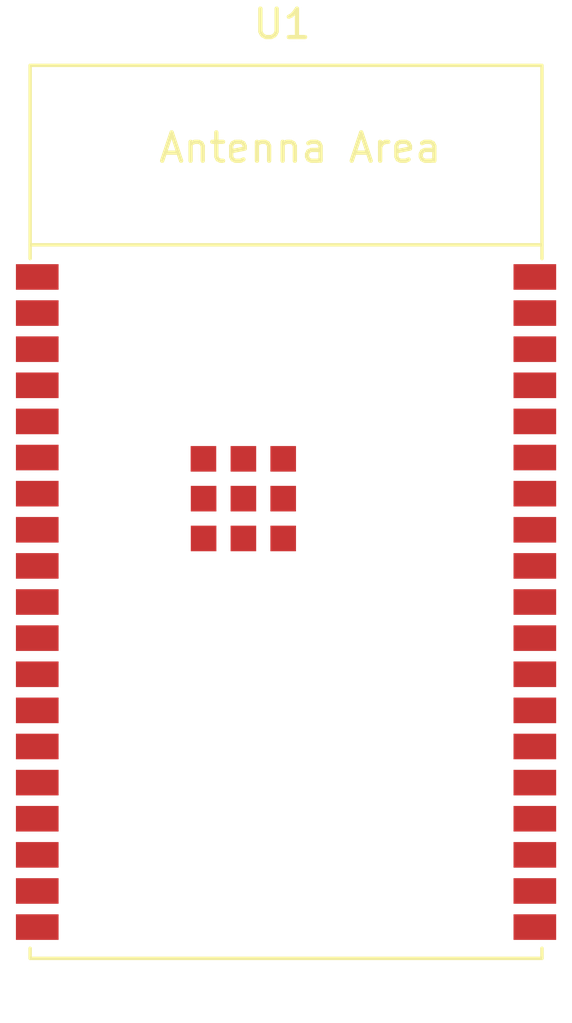
<source format=kicad_pcb>
(kicad_pcb (version 20241229) (generator "pcbnew") (generator_version "9.0")
  (layers (0 "F.Cu" signal) (2 "B.Cu" signal) (13 "F.Paste" user) (15 "B.Paste" user) (5 "F.SilkS" user "F.Silkscreen") (7 "B.SilkS" user "B.Silkscreen") (1 "F.Mask" user) (3 "B.Mask" user) (25 "Edge.Cuts" user))
  (net 0 "")
  (net 1 "Net-(U1-Pad1)")
  (footprint "Espressif:ESP32-WROVER-E" (layer "F.Cu") (at 149 96.8)
    (property "Reference" "U1" (at -0.14 -17.145 0) (layer "F.SilkS"))
    (property "Value" "ESP32-WROVER-E")
    (fp_line (start -9 -15.695) (end -9 -8.9) (stroke (width 0.12)) (layer "F.SilkS"))
    (fp_line (start -9 -9.385) (end 9 -9.385) (stroke (width 0.12)) (layer "F.SilkS"))
    (fp_line (start -9 15.705) (end -9 15.35) (stroke (width 0.12)) (layer "F.SilkS"))
    (fp_line (start -9 15.705) (end 9 15.705) (stroke (width 0.12)) (layer "F.SilkS"))
    (fp_line (start 9 -15.695) (end -9 -15.695) (stroke (width 0.12)) (layer "F.SilkS"))
    (fp_line (start 9 -15.65) (end 9 -8.9) (stroke (width 0.12)) (layer "F.SilkS"))
    (fp_line (start 9 15.705) (end 9 15.35) (stroke (width 0.12)) (layer "F.SilkS"))
    (fp_text user "Antenna Area" (at 0.5 -12.795 0) (layer "F.SilkS"))
    (pad "1" smd rect (at -8.75 -8.255) (size 1.5 0.9) (layers "F.Cu" "F.Mask" "F.Paste") (net 1 "Net-(U1-Pad1)"))
    (pad "2" smd rect (at -8.75 -6.985) (size 1.5 0.9) (layers "F.Cu" "F.Mask" "F.Paste"))
    (pad "3" smd rect (at -8.75 -5.715) (size 1.5 0.9) (layers "F.Cu" "F.Mask" "F.Paste"))
    (pad "4" smd rect (at -8.75 -4.445) (size 1.5 0.9) (layers "F.Cu" "F.Mask" "F.Paste"))
    (pad "5" smd rect (at -8.75 -3.175) (size 1.5 0.9) (layers "F.Cu" "F.Mask" "F.Paste"))
    (pad "6" smd rect (at -8.75 -1.905) (size 1.5 0.9) (layers "F.Cu" "F.Mask" "F.Paste"))
    (pad "7" smd rect (at -8.75 -0.635) (size 1.5 0.9) (layers "F.Cu" "F.Mask" "F.Paste"))
    (pad "8" smd rect (at -8.75 0.635) (size 1.5 0.9) (layers "F.Cu" "F.Mask" "F.Paste"))
    (pad "9" smd rect (at -8.75 1.905) (size 1.5 0.9) (layers "F.Cu" "F.Mask" "F.Paste"))
    (pad "10" smd rect (at -8.75 3.175) (size 1.5 0.9) (layers "F.Cu" "F.Mask" "F.Paste"))
    (pad "11" smd rect (at -8.75 4.445) (size 1.5 0.9) (layers "F.Cu" "F.Mask" "F.Paste"))
    (pad "12" smd rect (at -8.75 5.715) (size 1.5 0.9) (layers "F.Cu" "F.Mask" "F.Paste"))
    (pad "13" smd rect (at -8.75 6.985) (size 1.5 0.9) (layers "F.Cu" "F.Mask" "F.Paste"))
    (pad "14" smd rect (at -8.75 8.255) (size 1.5 0.9) (layers "F.Cu" "F.Mask" "F.Paste"))
    (pad "15" smd rect (at -8.75 9.525) (size 1.5 0.9) (layers "F.Cu" "F.Mask" "F.Paste") (net 1 "Net-(U1-Pad1)"))
    (pad "16" smd rect (at -8.75 10.795) (size 1.5 0.9) (layers "F.Cu" "F.Mask" "F.Paste"))
    (pad "17" smd rect (at -8.75 12.065) (size 1.5 0.9) (layers "F.Cu" "F.Mask" "F.Paste"))
    (pad "18" smd rect (at -8.75 13.335) (size 1.5 0.9) (layers "F.Cu" "F.Mask" "F.Paste"))
    (pad "19" smd rect (at -8.75 14.605) (size 1.5 0.9) (layers "F.Cu" "F.Mask" "F.Paste"))
    (pad "20" smd rect (at 8.75 14.605) (size 1.5 0.9) (layers "F.Cu" "F.Mask" "F.Paste"))
    (pad "21" smd rect (at 8.75 13.335) (size 1.5 0.9) (layers "F.Cu" "F.Mask" "F.Paste"))
    (pad "22" smd rect (at 8.75 12.065) (size 1.5 0.9) (layers "F.Cu" "F.Mask" "F.Paste"))
    (pad "23" smd rect (at 8.75 10.795) (size 1.5 0.9) (layers "F.Cu" "F.Mask" "F.Paste"))
    (pad "24" smd rect (at 8.75 9.525) (size 1.5 0.9) (layers "F.Cu" "F.Mask" "F.Paste"))
    (pad "25" smd rect (at 8.75 8.255) (size 1.5 0.9) (layers "F.Cu" "F.Mask" "F.Paste"))
    (pad "26" smd rect (at 8.75 6.985) (size 1.5 0.9) (layers "F.Cu" "F.Mask" "F.Paste"))
    (pad "27" smd rect (at 8.75 5.715) (size 1.5 0.9) (layers "F.Cu" "F.Mask" "F.Paste"))
    (pad "28" smd rect (at 8.75 4.445) (size 1.5 0.9) (layers "F.Cu" "F.Mask" "F.Paste"))
    (pad "29" smd rect (at 8.75 3.175) (size 1.5 0.9) (layers "F.Cu" "F.Mask" "F.Paste"))
    (pad "30" smd rect (at 8.75 1.905) (size 1.5 0.9) (layers "F.Cu" "F.Mask" "F.Paste"))
    (pad "31" smd rect (at 8.75 0.635) (size 1.5 0.9) (layers "F.Cu" "F.Mask" "F.Paste"))
    (pad "32" smd rect (at 8.75 -0.635) (size 1.5 0.9) (layers "F.Cu" "F.Mask" "F.Paste"))
    (pad "33" smd rect (at 8.75 -1.905) (size 1.5 0.9) (layers "F.Cu" "F.Mask" "F.Paste"))
    (pad "34" smd rect (at 8.75 -3.175) (size 1.5 0.9) (layers "F.Cu" "F.Mask" "F.Paste"))
    (pad "35" smd rect (at 8.75 -4.445) (size 1.5 0.9) (layers "F.Cu" "F.Mask" "F.Paste"))
    (pad "36" smd rect (at 8.75 -5.715) (size 1.5 0.9) (layers "F.Cu" "F.Mask" "F.Paste"))
    (pad "37" smd rect (at 8.75 -6.985) (size 1.5 0.9) (layers "F.Cu" "F.Mask" "F.Paste"))
    (pad "38" smd rect (at 8.75 -8.255) (size 1.5 0.9) (layers "F.Cu" "F.Mask" "F.Paste") (net 1 "Net-(U1-Pad1)"))
    (pad "39" smd rect (at -2.905 -1.86) (size 0.9 0.9) (layers "F.Cu" "F.Mask" "F.Paste"))
    (pad "39" smd rect (at -2.9 -0.46) (size 0.9 0.9) (layers "F.Cu" "F.Mask" "F.Paste"))
    (pad "39" smd rect (at -2.9 0.94) (size 0.9 0.9) (layers "F.Cu" "F.Mask" "F.Paste"))
    (pad "39" smd rect (at -1.5 -1.86) (size 0.9 0.9) (layers "F.Cu" "F.Mask" "F.Paste"))
    (pad "39" smd rect (at -1.5 -0.46) (size 0.9 0.9) (layers "F.Cu" "F.Mask" "F.Paste"))
    (pad "39" smd rect (at -1.5 0.94) (size 0.9 0.9) (layers "F.Cu" "F.Mask" "F.Paste"))
    (pad "39" smd rect (at -0.1 -1.86) (size 0.9 0.9) (layers "F.Cu" "F.Mask" "F.Paste"))
    (pad "39" smd rect (at -0.1 -0.46) (size 0.9 0.9) (layers "F.Cu" "F.Mask" "F.Paste"))
    (pad "39" smd rect (at -0.1 0.94) (size 0.9 0.9) (layers "F.Cu" "F.Mask" "F.Paste"))
  )
)
</source>
